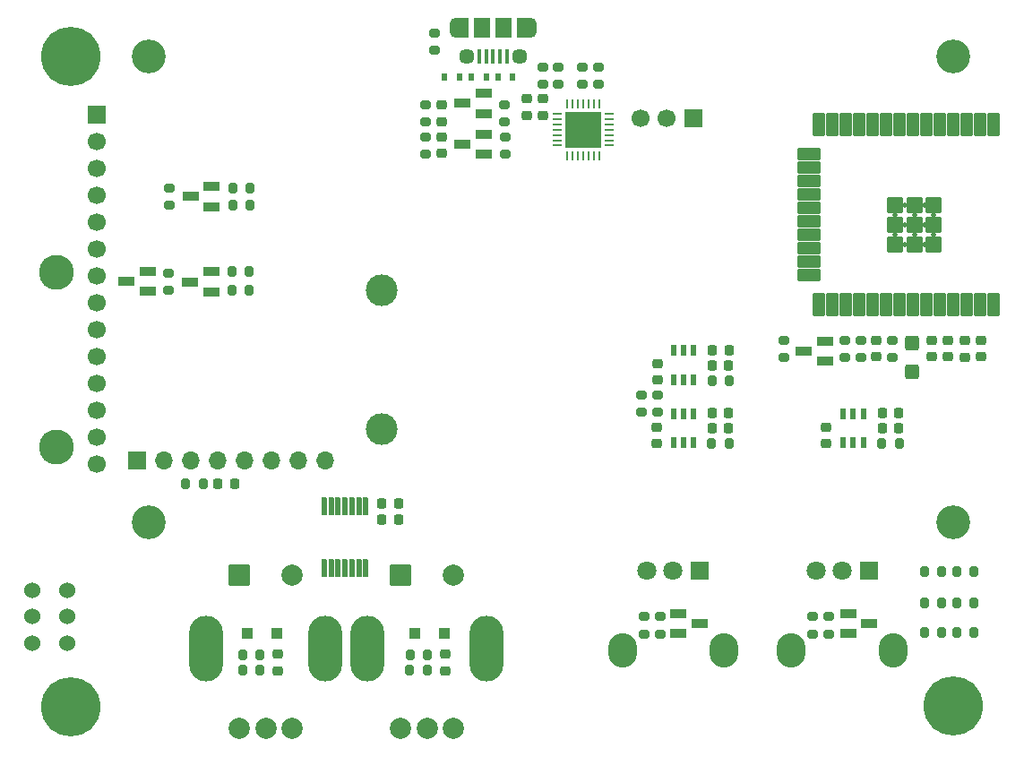
<source format=gbr>
%TF.GenerationSoftware,KiCad,Pcbnew,(6.0.10)*%
%TF.CreationDate,2023-12-11T17:02:30-05:00*%
%TF.ProjectId,Ultrasonic Sound Steering - Remote Rev. A,556c7472-6173-46f6-9e69-6320536f756e,rev?*%
%TF.SameCoordinates,Original*%
%TF.FileFunction,Soldermask,Bot*%
%TF.FilePolarity,Negative*%
%FSLAX46Y46*%
G04 Gerber Fmt 4.6, Leading zero omitted, Abs format (unit mm)*
G04 Created by KiCad (PCBNEW (6.0.10)) date 2023-12-11 17:02:30*
%MOMM*%
%LPD*%
G01*
G04 APERTURE LIST*
G04 Aperture macros list*
%AMRoundRect*
0 Rectangle with rounded corners*
0 $1 Rounding radius*
0 $2 $3 $4 $5 $6 $7 $8 $9 X,Y pos of 4 corners*
0 Add a 4 corners polygon primitive as box body*
4,1,4,$2,$3,$4,$5,$6,$7,$8,$9,$2,$3,0*
0 Add four circle primitives for the rounded corners*
1,1,$1+$1,$2,$3*
1,1,$1+$1,$4,$5*
1,1,$1+$1,$6,$7*
1,1,$1+$1,$8,$9*
0 Add four rect primitives between the rounded corners*
20,1,$1+$1,$2,$3,$4,$5,0*
20,1,$1+$1,$4,$5,$6,$7,0*
20,1,$1+$1,$6,$7,$8,$9,0*
20,1,$1+$1,$8,$9,$2,$3,0*%
G04 Aperture macros list end*
%ADD10RoundRect,0.102000X-0.900000X-0.900000X0.900000X-0.900000X0.900000X0.900000X-0.900000X0.900000X0*%
%ADD11C,2.004000*%
%ADD12O,3.204000X6.204000*%
%ADD13C,5.600000*%
%ADD14C,3.600000*%
%ADD15C,3.200000*%
%ADD16R,1.700000X1.700000*%
%ADD17C,1.700000*%
%ADD18C,1.524000*%
%ADD19R,1.800000X1.800000*%
%ADD20C,1.800000*%
%ADD21O,2.720000X3.240000*%
%ADD22R,0.600000X0.700000*%
%ADD23RoundRect,0.200000X-0.275000X0.200000X-0.275000X-0.200000X0.275000X-0.200000X0.275000X0.200000X0*%
%ADD24RoundRect,0.200000X0.275000X-0.200000X0.275000X0.200000X-0.275000X0.200000X-0.275000X-0.200000X0*%
%ADD25R,1.600200X0.863600*%
%ADD26RoundRect,0.200000X0.200000X0.275000X-0.200000X0.275000X-0.200000X-0.275000X0.200000X-0.275000X0*%
%ADD27O,1.700000X1.700000*%
%ADD28C,3.301600*%
%ADD29C,3.001600*%
%ADD30RoundRect,0.225000X-0.250000X0.225000X-0.250000X-0.225000X0.250000X-0.225000X0.250000X0.225000X0*%
%ADD31RoundRect,0.200000X-0.200000X-0.275000X0.200000X-0.275000X0.200000X0.275000X-0.200000X0.275000X0*%
%ADD32RoundRect,0.102000X0.177800X-0.736600X0.177800X0.736600X-0.177800X0.736600X-0.177800X-0.736600X0*%
%ADD33R,0.558800X0.977900*%
%ADD34RoundRect,0.250000X-0.425000X0.450000X-0.425000X-0.450000X0.425000X-0.450000X0.425000X0.450000X0*%
%ADD35R,1.100000X1.100000*%
%ADD36R,0.400000X1.350000*%
%ADD37C,1.450000*%
%ADD38R,1.200000X1.900000*%
%ADD39R,1.500000X1.900000*%
%ADD40O,1.200000X1.900000*%
%ADD41RoundRect,0.225000X0.250000X-0.225000X0.250000X0.225000X-0.250000X0.225000X-0.250000X-0.225000X0*%
%ADD42RoundRect,0.102000X0.450000X-1.000000X0.450000X1.000000X-0.450000X1.000000X-0.450000X-1.000000X0*%
%ADD43RoundRect,0.102000X1.000000X-0.450000X1.000000X0.450000X-1.000000X0.450000X-1.000000X-0.450000X0*%
%ADD44RoundRect,0.102000X0.665000X-0.665000X0.665000X0.665000X-0.665000X0.665000X-0.665000X-0.665000X0*%
%ADD45C,0.504000*%
%ADD46RoundRect,0.225000X-0.225000X-0.250000X0.225000X-0.250000X0.225000X0.250000X-0.225000X0.250000X0*%
%ADD47RoundRect,0.062500X-0.337500X-0.062500X0.337500X-0.062500X0.337500X0.062500X-0.337500X0.062500X0*%
%ADD48RoundRect,0.062500X-0.062500X-0.337500X0.062500X-0.337500X0.062500X0.337500X-0.062500X0.337500X0*%
%ADD49R,3.350000X3.350000*%
%ADD50RoundRect,0.225000X0.225000X0.250000X-0.225000X0.250000X-0.225000X-0.250000X0.225000X-0.250000X0*%
G04 APERTURE END LIST*
D10*
%TO.C,SW1*%
X121490000Y-96582500D03*
D11*
X126490000Y-96582500D03*
X121490000Y-111082500D03*
X126490000Y-111082500D03*
X123990000Y-111082500D03*
D12*
X118390000Y-103582500D03*
X129590000Y-103582500D03*
%TD*%
D10*
%TO.C,SW2*%
X136730000Y-96580000D03*
D11*
X141730000Y-96580000D03*
X136730000Y-111080000D03*
X141730000Y-111080000D03*
X139230000Y-111080000D03*
D12*
X133630000Y-103580000D03*
X144830000Y-103580000D03*
%TD*%
D13*
%TO.C,H3*%
X188960999Y-108957999D03*
D14*
X188960999Y-108957999D03*
%TD*%
D15*
%TO.C,J4*%
X188960999Y-91572999D03*
X112933999Y-47572999D03*
X112933999Y-91572999D03*
X188960999Y-47572999D03*
D16*
X108011999Y-53062999D03*
D17*
X108008999Y-55601999D03*
X108008999Y-58141999D03*
X108008999Y-60681999D03*
X108008999Y-63221999D03*
X108008999Y-65761999D03*
X108008999Y-68301999D03*
X108008999Y-70838999D03*
X108008999Y-73378999D03*
X108008999Y-75918999D03*
X108008999Y-78458999D03*
X108008999Y-80998999D03*
X108008999Y-83538999D03*
X108008999Y-86078999D03*
%TD*%
D13*
%TO.C,H1*%
X105539000Y-47538999D03*
D14*
X105539000Y-47538999D03*
%TD*%
D13*
%TO.C,H2*%
X105538999Y-109060999D03*
D14*
X105538999Y-109060999D03*
%TD*%
D18*
%TO.C,S1*%
X101950000Y-98035400D03*
X101950000Y-100535400D03*
X101950000Y-103035400D03*
X105250000Y-98035400D03*
X105250000Y-100535400D03*
X105250000Y-103035400D03*
%TD*%
D19*
%TO.C,RV2*%
X180985400Y-96192800D03*
D20*
X178485400Y-96192800D03*
X175985400Y-96192800D03*
D21*
X173685400Y-103692800D03*
X183285400Y-103692800D03*
%TD*%
D19*
%TO.C,RV1*%
X164985400Y-96175000D03*
D20*
X162485400Y-96175000D03*
X159985400Y-96175000D03*
D21*
X157685400Y-103675000D03*
X167285400Y-103675000D03*
%TD*%
D22*
%TO.C,D11*%
X143420000Y-49550000D03*
X144820000Y-49550000D03*
%TD*%
D23*
%TO.C,R11*%
X161254500Y-100515000D03*
X161254500Y-102165000D03*
%TD*%
D24*
%TO.C,R35*%
X151605000Y-50225000D03*
X151605000Y-48575000D03*
%TD*%
D25*
%TO.C,Q4*%
X118886000Y-59874999D03*
X118886000Y-61775001D03*
X116875000Y-60825000D03*
%TD*%
D26*
%TO.C,R1*%
X118100000Y-88000000D03*
X116450000Y-88000000D03*
%TD*%
D16*
%TO.C,J1*%
X111837144Y-85792499D03*
D27*
X114377144Y-85792499D03*
X116917144Y-85792499D03*
X119457144Y-85792499D03*
X121997144Y-85792499D03*
X124537144Y-85792499D03*
X127077144Y-85792499D03*
X129617144Y-85792499D03*
D28*
X104217144Y-84523899D03*
X104217144Y-68013899D03*
D29*
X134951144Y-69698899D03*
X134951144Y-82838899D03*
%TD*%
D30*
%TO.C,C35*%
X140620000Y-55215000D03*
X140620000Y-56765000D03*
%TD*%
D25*
%TO.C,Q3*%
X179025000Y-102125002D03*
X179025000Y-100225000D03*
X181036000Y-101175001D03*
%TD*%
D26*
%TO.C,R33*%
X123440000Y-105605000D03*
X121790000Y-105605000D03*
%TD*%
D31*
%TO.C,R36*%
X121790000Y-104130000D03*
X123440000Y-104130000D03*
%TD*%
D32*
%TO.C,U5*%
X133455800Y-95921000D03*
X132795400Y-95921000D03*
X132160400Y-95921000D03*
X131500000Y-95921000D03*
X130839600Y-95921000D03*
X130204600Y-95921000D03*
X129544200Y-95921000D03*
X129544200Y-90079000D03*
X130204600Y-90079000D03*
X130839600Y-90079000D03*
X131500000Y-90079000D03*
X132160400Y-90079000D03*
X132795400Y-90079000D03*
X133455800Y-90079000D03*
%TD*%
D24*
%TO.C,R27*%
X139910000Y-47015000D03*
X139910000Y-45365000D03*
%TD*%
D25*
%TO.C,Q8*%
X112820500Y-67875000D03*
X112820500Y-69775002D03*
X110809500Y-68825001D03*
%TD*%
D23*
%TO.C,R31*%
X177165500Y-100525000D03*
X177165500Y-102175000D03*
%TD*%
D33*
%TO.C,U2*%
X164440000Y-78115250D03*
X163489999Y-78115250D03*
X162539998Y-78115250D03*
X162539998Y-75384750D03*
X163489999Y-75384750D03*
X164440000Y-75384750D03*
%TD*%
D23*
%TO.C,R56*%
X114820500Y-68050000D03*
X114820500Y-69700000D03*
%TD*%
D25*
%TO.C,Q6*%
X144615500Y-54939999D03*
X144615500Y-56840001D03*
X142604500Y-55890000D03*
%TD*%
D24*
%TO.C,R12*%
X159779500Y-102155000D03*
X159779500Y-100505000D03*
%TD*%
D23*
%TO.C,R17*%
X172950000Y-74390000D03*
X172950000Y-76040000D03*
%TD*%
D33*
%TO.C,U4*%
X180470001Y-84065250D03*
X179520000Y-84065250D03*
X178569999Y-84065250D03*
X178569999Y-81334750D03*
X179520000Y-81334750D03*
X180470001Y-81334750D03*
%TD*%
D30*
%TO.C,C6*%
X160999999Y-76630000D03*
X160999999Y-78180000D03*
%TD*%
D16*
%TO.C,J2*%
X164410000Y-53380001D03*
D17*
X161910000Y-53380001D03*
X159410000Y-53380001D03*
%TD*%
D25*
%TO.C,Q7*%
X118826000Y-67924999D03*
X118826000Y-69825001D03*
X116815000Y-68875000D03*
%TD*%
D23*
%TO.C,R5*%
X160995001Y-79554999D03*
X160995001Y-81204999D03*
%TD*%
%TO.C,R19*%
X180220000Y-74390000D03*
X180220000Y-76040000D03*
%TD*%
D22*
%TO.C,D9*%
X140920000Y-49550000D03*
X142320000Y-49550000D03*
%TD*%
D34*
%TO.C,C39*%
X185110000Y-74680000D03*
X185110000Y-77380000D03*
%TD*%
D26*
%TO.C,R49*%
X122445500Y-69675000D03*
X120795500Y-69675000D03*
%TD*%
D35*
%TO.C,D13*%
X125012500Y-102130000D03*
X122212500Y-102130000D03*
%TD*%
D24*
%TO.C,R44*%
X146590000Y-53775000D03*
X146590000Y-52125000D03*
%TD*%
D26*
%TO.C,R24*%
X139262500Y-105586250D03*
X137612500Y-105586250D03*
%TD*%
%TO.C,R43*%
X122505500Y-60025000D03*
X120855500Y-60025000D03*
%TD*%
D24*
%TO.C,R45*%
X146600000Y-56815000D03*
X146600000Y-55165000D03*
%TD*%
D23*
%TO.C,R47*%
X139090000Y-52135000D03*
X139090000Y-53785000D03*
%TD*%
D36*
%TO.C,J3*%
X144170000Y-47582500D03*
X144820000Y-47582500D03*
X145470000Y-47582500D03*
X146120000Y-47582500D03*
X146770000Y-47582500D03*
D37*
X147970000Y-47582500D03*
D38*
X148370000Y-44882500D03*
D39*
X144470000Y-44882500D03*
D38*
X142570000Y-44882500D03*
D40*
X148970000Y-44882500D03*
D37*
X142970000Y-47582500D03*
D40*
X141970000Y-44882500D03*
D39*
X146470000Y-44882500D03*
%TD*%
D41*
%TO.C,C37*%
X186970000Y-75985000D03*
X186970000Y-74435000D03*
%TD*%
D42*
%TO.C,U7*%
X192810000Y-70990000D03*
X191540000Y-70990000D03*
X190270000Y-70990000D03*
X189000000Y-70990000D03*
X187730000Y-70990000D03*
X186460000Y-70990000D03*
X185190000Y-70990000D03*
X183920000Y-70990000D03*
X182650000Y-70990000D03*
X181380000Y-70990000D03*
X180110000Y-70990000D03*
X178840000Y-70990000D03*
X177570000Y-70990000D03*
X176300000Y-70990000D03*
D43*
X175300000Y-68205000D03*
X175300000Y-66935000D03*
X175300000Y-65665000D03*
X175300000Y-64395000D03*
X175300000Y-63125000D03*
X175300000Y-61855000D03*
X175300000Y-60585000D03*
X175300000Y-59315000D03*
X175300000Y-58045000D03*
X175300000Y-56775000D03*
D42*
X176300000Y-53990000D03*
X177570000Y-53990000D03*
X178840000Y-53990000D03*
X180110000Y-53990000D03*
X181380000Y-53990000D03*
X182650000Y-53990000D03*
X183920000Y-53990000D03*
X185190000Y-53990000D03*
X186460000Y-53990000D03*
X187730000Y-53990000D03*
X189000000Y-53990000D03*
X190270000Y-53990000D03*
X191540000Y-53990000D03*
X192810000Y-53990000D03*
D44*
X187145000Y-65325000D03*
X187145000Y-63490000D03*
X187145000Y-61655000D03*
X185310000Y-65325000D03*
X185310000Y-63490000D03*
X185310000Y-61655000D03*
X183475000Y-65325000D03*
X183475000Y-63490000D03*
X183475000Y-61655000D03*
D45*
X187145000Y-64407500D03*
X187145000Y-62572500D03*
X186227500Y-65325000D03*
X186227500Y-63490000D03*
X186227500Y-61655000D03*
X185310000Y-64407500D03*
X185310000Y-62572500D03*
X184392500Y-65325000D03*
X184392500Y-63490000D03*
X184392500Y-61655000D03*
X183475000Y-64407500D03*
X183475000Y-62572500D03*
%TD*%
D26*
%TO.C,R50*%
X122445500Y-67875000D03*
X120795500Y-67875000D03*
%TD*%
%TO.C,R42*%
X122505500Y-61625000D03*
X120855500Y-61625000D03*
%TD*%
D46*
%TO.C,C10*%
X166204999Y-76780000D03*
X167754999Y-76780000D03*
%TD*%
D24*
%TO.C,R26*%
X183250000Y-76035000D03*
X183250000Y-74385000D03*
%TD*%
D46*
%TO.C,C1*%
X119475000Y-88000000D03*
X121025000Y-88000000D03*
%TD*%
D26*
%TO.C,R13*%
X187880000Y-96270000D03*
X186230000Y-96270000D03*
%TD*%
%TO.C,R8*%
X190930000Y-99220000D03*
X189280000Y-99220000D03*
%TD*%
%TO.C,R59*%
X187870000Y-101990000D03*
X186220000Y-101990000D03*
%TD*%
D47*
%TO.C,U6*%
X151540000Y-56000000D03*
X151540000Y-55500000D03*
X151540000Y-55000000D03*
X151540000Y-54500000D03*
X151540000Y-54000000D03*
X151540000Y-53500000D03*
X151540000Y-53000000D03*
D48*
X152490000Y-52050000D03*
X152990000Y-52050000D03*
X153490000Y-52050000D03*
X153990000Y-52050000D03*
X154490000Y-52050000D03*
X154990000Y-52050000D03*
X155490000Y-52050000D03*
D47*
X156440000Y-53000000D03*
X156440000Y-53500000D03*
X156440000Y-54000000D03*
X156440000Y-54500000D03*
X156440000Y-55000000D03*
X156440000Y-55500000D03*
X156440000Y-56000000D03*
D48*
X155490000Y-56950000D03*
X154990000Y-56950000D03*
X154490000Y-56950000D03*
X153990000Y-56950000D03*
X153490000Y-56950000D03*
X152990000Y-56950000D03*
X152490000Y-56950000D03*
D49*
X153990000Y-54500000D03*
%TD*%
D46*
%TO.C,C20*%
X182265000Y-81270000D03*
X183815000Y-81270000D03*
%TD*%
D31*
%TO.C,R6*%
X166115000Y-84190000D03*
X167765000Y-84190000D03*
%TD*%
D24*
%TO.C,R37*%
X150155000Y-50225000D03*
X150155000Y-48575000D03*
%TD*%
D46*
%TO.C,C19*%
X182265000Y-82730000D03*
X183815000Y-82730000D03*
%TD*%
D26*
%TO.C,R40*%
X190930000Y-101990000D03*
X189280000Y-101990000D03*
%TD*%
D24*
%TO.C,R46*%
X114850000Y-61675000D03*
X114850000Y-60025000D03*
%TD*%
D30*
%TO.C,C27*%
X140927500Y-104086250D03*
X140927500Y-105636250D03*
%TD*%
D24*
%TO.C,R41*%
X155400000Y-50245000D03*
X155400000Y-48595000D03*
%TD*%
D22*
%TO.C,D10*%
X147320000Y-49550000D03*
X145920000Y-49550000D03*
%TD*%
D25*
%TO.C,Q1*%
X162984500Y-102110001D03*
X162984500Y-100209999D03*
X164995500Y-101160000D03*
%TD*%
D26*
%TO.C,R57*%
X187875000Y-99220000D03*
X186225000Y-99220000D03*
%TD*%
D41*
%TO.C,C26*%
X181710000Y-75985000D03*
X181710000Y-74435000D03*
%TD*%
D31*
%TO.C,R16*%
X182215000Y-84190000D03*
X183865000Y-84190000D03*
%TD*%
D30*
%TO.C,C31*%
X150160000Y-51580000D03*
X150160000Y-53130000D03*
%TD*%
%TO.C,C38*%
X140620000Y-52185000D03*
X140620000Y-53735000D03*
%TD*%
D24*
%TO.C,R18*%
X178740000Y-76040000D03*
X178740000Y-74390000D03*
%TD*%
D46*
%TO.C,C11*%
X166209999Y-75320000D03*
X167759999Y-75320000D03*
%TD*%
D41*
%TO.C,C36*%
X188500000Y-75985000D03*
X188500000Y-74435000D03*
%TD*%
D26*
%TO.C,R58*%
X190931831Y-96270000D03*
X189281831Y-96270000D03*
%TD*%
D33*
%TO.C,U1*%
X164440001Y-84060001D03*
X163490000Y-84060001D03*
X162539999Y-84060001D03*
X162539999Y-81329501D03*
X163490000Y-81329501D03*
X164440001Y-81329501D03*
%TD*%
D30*
%TO.C,C29*%
X148700000Y-51580000D03*
X148700000Y-53130000D03*
%TD*%
D24*
%TO.C,R29*%
X175705500Y-102175000D03*
X175705500Y-100525000D03*
%TD*%
D30*
%TO.C,C32*%
X125090000Y-104080000D03*
X125090000Y-105630000D03*
%TD*%
D24*
%TO.C,R4*%
X159525001Y-81194999D03*
X159525001Y-79544999D03*
%TD*%
D41*
%TO.C,C33*%
X191557500Y-75980000D03*
X191557500Y-74430000D03*
%TD*%
D23*
%TO.C,R48*%
X139090000Y-55180000D03*
X139090000Y-56830000D03*
%TD*%
D31*
%TO.C,R7*%
X166155000Y-78240000D03*
X167805000Y-78240000D03*
%TD*%
D25*
%TO.C,Q2*%
X176836000Y-74464998D03*
X176836000Y-76365000D03*
X174825000Y-75414999D03*
%TD*%
D46*
%TO.C,C9*%
X166165001Y-81270001D03*
X167715001Y-81270001D03*
%TD*%
D25*
%TO.C,Q5*%
X144605500Y-51069999D03*
X144605500Y-52970001D03*
X142594500Y-52020000D03*
%TD*%
D30*
%TO.C,C18*%
X176920000Y-82625000D03*
X176920000Y-84175000D03*
%TD*%
D23*
%TO.C,R39*%
X153940000Y-48590000D03*
X153940000Y-50240000D03*
%TD*%
D41*
%TO.C,C34*%
X190027500Y-75990000D03*
X190027500Y-74440000D03*
%TD*%
D46*
%TO.C,C8*%
X166165001Y-82730001D03*
X167715001Y-82730001D03*
%TD*%
D30*
%TO.C,C3*%
X160970000Y-82589501D03*
X160970000Y-84139501D03*
%TD*%
D31*
%TO.C,R25*%
X137627500Y-104136250D03*
X139277500Y-104136250D03*
%TD*%
D35*
%TO.C,D7*%
X140850000Y-102121250D03*
X138050000Y-102121250D03*
%TD*%
D50*
%TO.C,C21*%
X136535000Y-91330000D03*
X134985000Y-91330000D03*
%TD*%
D46*
%TO.C,C22*%
X134985000Y-89850000D03*
X136535000Y-89850000D03*
%TD*%
M02*

</source>
